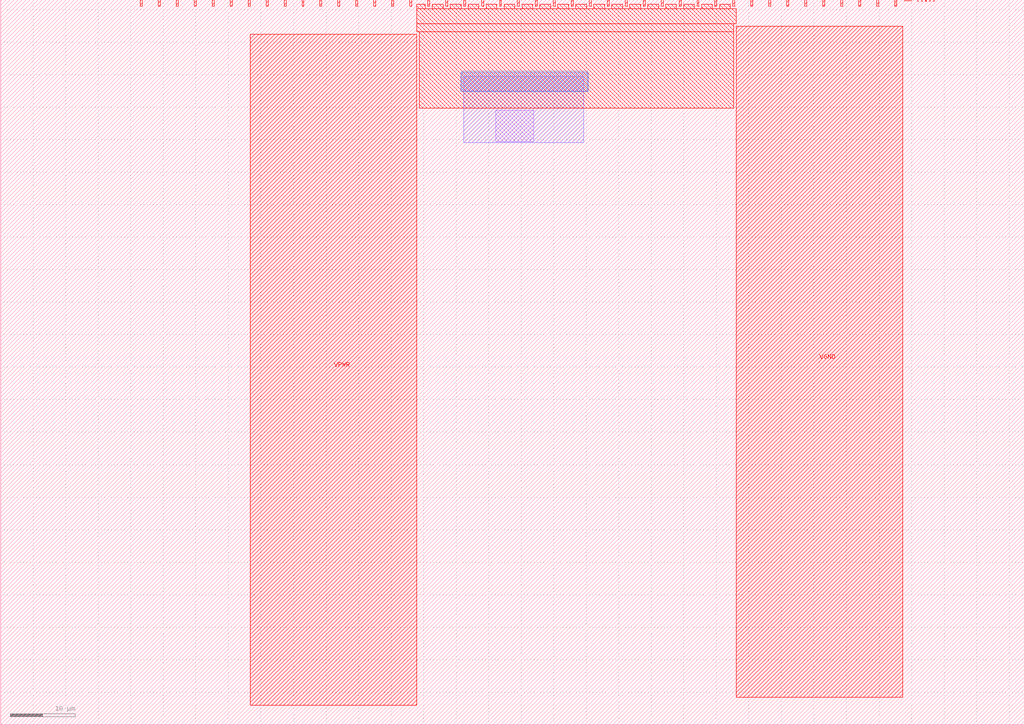
<source format=lef>
VERSION 5.7 ;
  NOWIREEXTENSIONATPIN ON ;
  DIVIDERCHAR "/" ;
  BUSBITCHARS "[]" ;
MACRO tt_um_matt_divider_test
  CLASS BLOCK ;
  FOREIGN tt_um_matt_divider_test ;
  ORIGIN 0.000 0.000 ;
  SIZE 157.320 BY 111.520 ;
  PIN clk
    DIRECTION INPUT ;
    USE SIGNAL ;
    PORT
      LAYER met4 ;
        RECT 134.630 110.520 134.930 111.520 ;
    END
  END clk
  PIN ena
    DIRECTION INPUT ;
    USE SIGNAL ;
    PORT
      LAYER met4 ;
        RECT 134.630 110.520 134.930 111.520 ;
        RECT 137.390 110.520 137.690 111.520 ;
    END
  END ena
  PIN rst_n
    DIRECTION INPUT ;
    USE SIGNAL ;
    PORT
      LAYER met4 ;
        RECT 131.870 110.520 132.170 111.520 ;
        RECT 134.630 110.520 134.930 111.520 ;
        RECT 137.390 110.520 137.690 111.520 ;
    END
  END rst_n
  PIN ui_in[0]
    DIRECTION INPUT ;
    USE SIGNAL ;
    PORT
      LAYER met4 ;
        RECT 129.110 110.520 129.410 111.520 ;
        RECT 131.870 110.520 132.170 111.520 ;
        RECT 134.630 110.520 134.930 111.520 ;
        RECT 137.390 110.520 137.690 111.520 ;
    END
  END ui_in[0]
  PIN ui_in[1]
    DIRECTION INPUT ;
    USE SIGNAL ;
    PORT
      LAYER met4 ;
        RECT 126.350 110.520 126.650 111.520 ;
        RECT 129.110 110.520 129.410 111.520 ;
        RECT 131.870 110.520 132.170 111.520 ;
        RECT 134.630 110.520 134.930 111.520 ;
        RECT 137.390 110.520 137.690 111.520 ;
    END
  END ui_in[1]
  PIN ui_in[2]
    DIRECTION INPUT ;
    USE SIGNAL ;
    PORT
      LAYER met4 ;
        RECT 123.590 110.520 123.890 111.520 ;
        RECT 126.350 110.520 126.650 111.520 ;
        RECT 129.110 110.520 129.410 111.520 ;
        RECT 131.870 110.520 132.170 111.520 ;
        RECT 134.630 110.520 134.930 111.520 ;
        RECT 137.390 110.520 137.690 111.520 ;
    END
  END ui_in[2]
  PIN ui_in[3]
    DIRECTION INPUT ;
    USE SIGNAL ;
    PORT
      LAYER met4 ;
        RECT 120.830 110.520 121.130 111.520 ;
        RECT 123.590 110.520 123.890 111.520 ;
        RECT 126.350 110.520 126.650 111.520 ;
        RECT 129.110 110.520 129.410 111.520 ;
        RECT 131.870 110.520 132.170 111.520 ;
        RECT 134.630 110.520 134.930 111.520 ;
        RECT 137.390 110.520 137.690 111.520 ;
    END
  END ui_in[3]
  PIN ui_in[4]
    DIRECTION INPUT ;
    USE SIGNAL ;
    PORT
      LAYER met4 ;
        RECT 118.070 110.520 118.370 111.520 ;
        RECT 120.830 110.520 121.130 111.520 ;
        RECT 123.590 110.520 123.890 111.520 ;
        RECT 126.350 110.520 126.650 111.520 ;
        RECT 129.110 110.520 129.410 111.520 ;
        RECT 131.870 110.520 132.170 111.520 ;
        RECT 134.630 110.520 134.930 111.520 ;
        RECT 137.390 110.520 137.690 111.520 ;
    END
  END ui_in[4]
  PIN ui_in[5]
    DIRECTION INPUT ;
    USE SIGNAL ;
    PORT
      LAYER met4 ;
        RECT 115.310 110.520 115.610 111.520 ;
        RECT 118.070 110.520 118.370 111.520 ;
        RECT 120.830 110.520 121.130 111.520 ;
        RECT 123.590 110.520 123.890 111.520 ;
        RECT 126.350 110.520 126.650 111.520 ;
        RECT 129.110 110.520 129.410 111.520 ;
        RECT 131.870 110.520 132.170 111.520 ;
        RECT 134.630 110.520 134.930 111.520 ;
        RECT 137.390 110.520 137.690 111.520 ;
    END
  END ui_in[5]
  PIN ui_in[6]
    DIRECTION INPUT ;
    USE SIGNAL ;
    PORT
      LAYER met4 ;
        RECT 112.550 110.520 112.850 111.520 ;
        RECT 115.310 110.520 115.610 111.520 ;
        RECT 118.070 110.520 118.370 111.520 ;
        RECT 120.830 110.520 121.130 111.520 ;
        RECT 123.590 110.520 123.890 111.520 ;
        RECT 126.350 110.520 126.650 111.520 ;
        RECT 129.110 110.520 129.410 111.520 ;
        RECT 131.870 110.520 132.170 111.520 ;
        RECT 134.630 110.520 134.930 111.520 ;
        RECT 137.390 110.520 137.690 111.520 ;
    END
  END ui_in[6]
  PIN ui_in[7]
    DIRECTION INPUT ;
    USE SIGNAL ;
    PORT
      LAYER met4 ;
        RECT 109.790 110.520 110.090 111.520 ;
        RECT 112.550 110.520 112.850 111.520 ;
        RECT 115.310 110.520 115.610 111.520 ;
        RECT 118.070 110.520 118.370 111.520 ;
        RECT 120.830 110.520 121.130 111.520 ;
        RECT 123.590 110.520 123.890 111.520 ;
        RECT 126.350 110.520 126.650 111.520 ;
        RECT 129.110 110.520 129.410 111.520 ;
        RECT 131.870 110.520 132.170 111.520 ;
        RECT 134.630 110.520 134.930 111.520 ;
        RECT 137.390 110.520 137.690 111.520 ;
    END
  END ui_in[7]
  PIN uio_in[0]
    DIRECTION INPUT ;
    USE SIGNAL ;
    PORT
      LAYER met4 ;
        RECT 107.030 110.520 107.330 111.520 ;
        RECT 109.790 110.520 110.090 111.520 ;
        RECT 112.550 110.520 112.850 111.520 ;
        RECT 115.310 110.520 115.610 111.520 ;
        RECT 118.070 110.520 118.370 111.520 ;
        RECT 120.830 110.520 121.130 111.520 ;
        RECT 123.590 110.520 123.890 111.520 ;
        RECT 126.350 110.520 126.650 111.520 ;
        RECT 129.110 110.520 129.410 111.520 ;
        RECT 131.870 110.520 132.170 111.520 ;
        RECT 134.630 110.520 134.930 111.520 ;
        RECT 137.390 110.520 137.690 111.520 ;
    END
  END uio_in[0]
  PIN uio_in[1]
    DIRECTION INPUT ;
    USE SIGNAL ;
    PORT
      LAYER met4 ;
        RECT 104.270 110.520 104.570 111.520 ;
        RECT 107.030 110.520 107.330 111.520 ;
        RECT 109.790 110.520 110.090 111.520 ;
        RECT 112.550 110.520 112.850 111.520 ;
        RECT 115.310 110.520 115.610 111.520 ;
        RECT 118.070 110.520 118.370 111.520 ;
        RECT 120.830 110.520 121.130 111.520 ;
        RECT 123.590 110.520 123.890 111.520 ;
        RECT 126.350 110.520 126.650 111.520 ;
        RECT 129.110 110.520 129.410 111.520 ;
        RECT 131.870 110.520 132.170 111.520 ;
        RECT 134.630 110.520 134.930 111.520 ;
        RECT 137.390 110.520 137.690 111.520 ;
    END
  END uio_in[1]
  PIN uio_in[2]
    DIRECTION INPUT ;
    USE SIGNAL ;
    PORT
      LAYER met4 ;
        RECT 101.510 110.520 101.810 111.520 ;
        RECT 104.270 110.520 104.570 111.520 ;
        RECT 107.030 110.520 107.330 111.520 ;
        RECT 109.790 110.520 110.090 111.520 ;
        RECT 112.550 110.520 112.850 111.520 ;
        RECT 115.310 110.520 115.610 111.520 ;
        RECT 118.070 110.520 118.370 111.520 ;
        RECT 120.830 110.520 121.130 111.520 ;
        RECT 123.590 110.520 123.890 111.520 ;
        RECT 126.350 110.520 126.650 111.520 ;
        RECT 129.110 110.520 129.410 111.520 ;
        RECT 131.870 110.520 132.170 111.520 ;
        RECT 134.630 110.520 134.930 111.520 ;
        RECT 137.390 110.520 137.690 111.520 ;
    END
  END uio_in[2]
  PIN uio_in[3]
    DIRECTION INPUT ;
    USE SIGNAL ;
    PORT
      LAYER met4 ;
        RECT 98.750 110.520 99.050 111.520 ;
        RECT 101.510 110.520 101.810 111.520 ;
        RECT 104.270 110.520 104.570 111.520 ;
        RECT 107.030 110.520 107.330 111.520 ;
        RECT 109.790 110.520 110.090 111.520 ;
        RECT 112.550 110.520 112.850 111.520 ;
        RECT 115.310 110.520 115.610 111.520 ;
        RECT 118.070 110.520 118.370 111.520 ;
        RECT 120.830 110.520 121.130 111.520 ;
        RECT 123.590 110.520 123.890 111.520 ;
        RECT 126.350 110.520 126.650 111.520 ;
        RECT 129.110 110.520 129.410 111.520 ;
        RECT 131.870 110.520 132.170 111.520 ;
        RECT 134.630 110.520 134.930 111.520 ;
        RECT 137.390 110.520 137.690 111.520 ;
    END
  END uio_in[3]
  PIN uio_in[4]
    DIRECTION INPUT ;
    USE SIGNAL ;
    PORT
      LAYER met4 ;
        RECT 95.990 110.520 96.290 111.520 ;
        RECT 98.750 110.520 99.050 111.520 ;
        RECT 101.510 110.520 101.810 111.520 ;
        RECT 104.270 110.520 104.570 111.520 ;
        RECT 107.030 110.520 107.330 111.520 ;
        RECT 109.790 110.520 110.090 111.520 ;
        RECT 112.550 110.520 112.850 111.520 ;
        RECT 115.310 110.520 115.610 111.520 ;
        RECT 118.070 110.520 118.370 111.520 ;
        RECT 120.830 110.520 121.130 111.520 ;
        RECT 123.590 110.520 123.890 111.520 ;
        RECT 126.350 110.520 126.650 111.520 ;
        RECT 129.110 110.520 129.410 111.520 ;
        RECT 131.870 110.520 132.170 111.520 ;
        RECT 134.630 110.520 134.930 111.520 ;
        RECT 137.390 110.520 137.690 111.520 ;
    END
  END uio_in[4]
  PIN uio_in[5]
    DIRECTION INPUT ;
    USE SIGNAL ;
    PORT
      LAYER met4 ;
        RECT 93.230 110.520 93.530 111.520 ;
        RECT 95.990 110.520 96.290 111.520 ;
        RECT 98.750 110.520 99.050 111.520 ;
        RECT 101.510 110.520 101.810 111.520 ;
        RECT 104.270 110.520 104.570 111.520 ;
        RECT 107.030 110.520 107.330 111.520 ;
        RECT 109.790 110.520 110.090 111.520 ;
        RECT 112.550 110.520 112.850 111.520 ;
        RECT 115.310 110.520 115.610 111.520 ;
        RECT 118.070 110.520 118.370 111.520 ;
        RECT 120.830 110.520 121.130 111.520 ;
        RECT 123.590 110.520 123.890 111.520 ;
        RECT 126.350 110.520 126.650 111.520 ;
        RECT 129.110 110.520 129.410 111.520 ;
        RECT 131.870 110.520 132.170 111.520 ;
        RECT 134.630 110.520 134.930 111.520 ;
        RECT 137.390 110.520 137.690 111.520 ;
    END
  END uio_in[5]
  PIN uio_in[6]
    DIRECTION INPUT ;
    USE SIGNAL ;
    PORT
      LAYER met4 ;
        RECT 90.470 110.520 90.770 111.520 ;
        RECT 93.230 110.520 93.530 111.520 ;
        RECT 95.990 110.520 96.290 111.520 ;
        RECT 98.750 110.520 99.050 111.520 ;
        RECT 101.510 110.520 101.810 111.520 ;
        RECT 104.270 110.520 104.570 111.520 ;
        RECT 107.030 110.520 107.330 111.520 ;
        RECT 109.790 110.520 110.090 111.520 ;
        RECT 112.550 110.520 112.850 111.520 ;
        RECT 115.310 110.520 115.610 111.520 ;
        RECT 118.070 110.520 118.370 111.520 ;
        RECT 120.830 110.520 121.130 111.520 ;
        RECT 123.590 110.520 123.890 111.520 ;
        RECT 126.350 110.520 126.650 111.520 ;
        RECT 129.110 110.520 129.410 111.520 ;
        RECT 131.870 110.520 132.170 111.520 ;
        RECT 134.630 110.520 134.930 111.520 ;
        RECT 137.390 110.520 137.690 111.520 ;
    END
  END uio_in[6]
  PIN uio_in[7]
    DIRECTION INPUT ;
    USE SIGNAL ;
    PORT
      LAYER met4 ;
        RECT 87.710 110.520 88.010 111.520 ;
        RECT 90.470 110.520 90.770 111.520 ;
        RECT 93.230 110.520 93.530 111.520 ;
        RECT 95.990 110.520 96.290 111.520 ;
        RECT 98.750 110.520 99.050 111.520 ;
        RECT 101.510 110.520 101.810 111.520 ;
        RECT 104.270 110.520 104.570 111.520 ;
        RECT 107.030 110.520 107.330 111.520 ;
        RECT 109.790 110.520 110.090 111.520 ;
        RECT 112.550 110.520 112.850 111.520 ;
        RECT 115.310 110.520 115.610 111.520 ;
        RECT 118.070 110.520 118.370 111.520 ;
        RECT 120.830 110.520 121.130 111.520 ;
        RECT 123.590 110.520 123.890 111.520 ;
        RECT 126.350 110.520 126.650 111.520 ;
        RECT 129.110 110.520 129.410 111.520 ;
        RECT 131.870 110.520 132.170 111.520 ;
        RECT 134.630 110.520 134.930 111.520 ;
        RECT 137.390 110.520 137.690 111.520 ;
    END
  END uio_in[7]
  PIN uio_oe[0]
    DIRECTION OUTPUT TRISTATE ;
    USE SIGNAL ;
    PORT
      LAYER met4 ;
        RECT 40.790 110.520 41.090 111.520 ;
        RECT 87.710 110.520 88.010 111.520 ;
        RECT 90.470 110.520 90.770 111.520 ;
        RECT 93.230 110.520 93.530 111.520 ;
        RECT 95.990 110.520 96.290 111.520 ;
        RECT 98.750 110.520 99.050 111.520 ;
        RECT 101.510 110.520 101.810 111.520 ;
        RECT 104.270 110.520 104.570 111.520 ;
        RECT 107.030 110.520 107.330 111.520 ;
        RECT 109.790 110.520 110.090 111.520 ;
        RECT 112.550 110.520 112.850 111.520 ;
        RECT 115.310 110.520 115.610 111.520 ;
        RECT 118.070 110.520 118.370 111.520 ;
        RECT 120.830 110.520 121.130 111.520 ;
        RECT 123.590 110.520 123.890 111.520 ;
        RECT 126.350 110.520 126.650 111.520 ;
        RECT 129.110 110.520 129.410 111.520 ;
        RECT 131.870 110.520 132.170 111.520 ;
        RECT 134.630 110.520 134.930 111.520 ;
        RECT 137.390 110.520 137.690 111.520 ;
    END
  END uio_oe[0]
  PIN uio_oe[1]
    DIRECTION OUTPUT TRISTATE ;
    USE SIGNAL ;
    PORT
      LAYER met4 ;
        RECT 38.030 110.520 38.330 111.520 ;
        RECT 40.790 110.520 41.090 111.520 ;
        RECT 87.710 110.520 88.010 111.520 ;
        RECT 90.470 110.520 90.770 111.520 ;
        RECT 93.230 110.520 93.530 111.520 ;
        RECT 95.990 110.520 96.290 111.520 ;
        RECT 98.750 110.520 99.050 111.520 ;
        RECT 101.510 110.520 101.810 111.520 ;
        RECT 104.270 110.520 104.570 111.520 ;
        RECT 107.030 110.520 107.330 111.520 ;
        RECT 109.790 110.520 110.090 111.520 ;
        RECT 112.550 110.520 112.850 111.520 ;
        RECT 115.310 110.520 115.610 111.520 ;
        RECT 118.070 110.520 118.370 111.520 ;
        RECT 120.830 110.520 121.130 111.520 ;
        RECT 123.590 110.520 123.890 111.520 ;
        RECT 126.350 110.520 126.650 111.520 ;
        RECT 129.110 110.520 129.410 111.520 ;
        RECT 131.870 110.520 132.170 111.520 ;
        RECT 134.630 110.520 134.930 111.520 ;
        RECT 137.390 110.520 137.690 111.520 ;
    END
  END uio_oe[1]
  PIN uio_oe[2]
    DIRECTION OUTPUT TRISTATE ;
    USE SIGNAL ;
    PORT
      LAYER met4 ;
        RECT 35.270 110.520 35.570 111.520 ;
        RECT 38.030 110.520 38.330 111.520 ;
        RECT 40.790 110.520 41.090 111.520 ;
        RECT 87.710 110.520 88.010 111.520 ;
        RECT 90.470 110.520 90.770 111.520 ;
        RECT 93.230 110.520 93.530 111.520 ;
        RECT 95.990 110.520 96.290 111.520 ;
        RECT 98.750 110.520 99.050 111.520 ;
        RECT 101.510 110.520 101.810 111.520 ;
        RECT 104.270 110.520 104.570 111.520 ;
        RECT 107.030 110.520 107.330 111.520 ;
        RECT 109.790 110.520 110.090 111.520 ;
        RECT 112.550 110.520 112.850 111.520 ;
        RECT 115.310 110.520 115.610 111.520 ;
        RECT 118.070 110.520 118.370 111.520 ;
        RECT 120.830 110.520 121.130 111.520 ;
        RECT 123.590 110.520 123.890 111.520 ;
        RECT 126.350 110.520 126.650 111.520 ;
        RECT 129.110 110.520 129.410 111.520 ;
        RECT 131.870 110.520 132.170 111.520 ;
        RECT 134.630 110.520 134.930 111.520 ;
        RECT 137.390 110.520 137.690 111.520 ;
    END
  END uio_oe[2]
  PIN uio_oe[3]
    DIRECTION OUTPUT TRISTATE ;
    USE SIGNAL ;
    PORT
      LAYER met4 ;
        RECT 32.510 110.520 32.810 111.520 ;
        RECT 35.270 110.520 35.570 111.520 ;
        RECT 38.030 110.520 38.330 111.520 ;
        RECT 40.790 110.520 41.090 111.520 ;
        RECT 87.710 110.520 88.010 111.520 ;
        RECT 90.470 110.520 90.770 111.520 ;
        RECT 93.230 110.520 93.530 111.520 ;
        RECT 95.990 110.520 96.290 111.520 ;
        RECT 98.750 110.520 99.050 111.520 ;
        RECT 101.510 110.520 101.810 111.520 ;
        RECT 104.270 110.520 104.570 111.520 ;
        RECT 107.030 110.520 107.330 111.520 ;
        RECT 109.790 110.520 110.090 111.520 ;
        RECT 112.550 110.520 112.850 111.520 ;
        RECT 115.310 110.520 115.610 111.520 ;
        RECT 118.070 110.520 118.370 111.520 ;
        RECT 120.830 110.520 121.130 111.520 ;
        RECT 123.590 110.520 123.890 111.520 ;
        RECT 126.350 110.520 126.650 111.520 ;
        RECT 129.110 110.520 129.410 111.520 ;
        RECT 131.870 110.520 132.170 111.520 ;
        RECT 134.630 110.520 134.930 111.520 ;
        RECT 137.390 110.520 137.690 111.520 ;
    END
  END uio_oe[3]
  PIN uio_oe[4]
    DIRECTION OUTPUT TRISTATE ;
    USE SIGNAL ;
    PORT
      LAYER met4 ;
        RECT 29.750 110.520 30.050 111.520 ;
        RECT 32.510 110.520 32.810 111.520 ;
        RECT 35.270 110.520 35.570 111.520 ;
        RECT 38.030 110.520 38.330 111.520 ;
        RECT 40.790 110.520 41.090 111.520 ;
        RECT 87.710 110.520 88.010 111.520 ;
        RECT 90.470 110.520 90.770 111.520 ;
        RECT 93.230 110.520 93.530 111.520 ;
        RECT 95.990 110.520 96.290 111.520 ;
        RECT 98.750 110.520 99.050 111.520 ;
        RECT 101.510 110.520 101.810 111.520 ;
        RECT 104.270 110.520 104.570 111.520 ;
        RECT 107.030 110.520 107.330 111.520 ;
        RECT 109.790 110.520 110.090 111.520 ;
        RECT 112.550 110.520 112.850 111.520 ;
        RECT 115.310 110.520 115.610 111.520 ;
        RECT 118.070 110.520 118.370 111.520 ;
        RECT 120.830 110.520 121.130 111.520 ;
        RECT 123.590 110.520 123.890 111.520 ;
        RECT 126.350 110.520 126.650 111.520 ;
        RECT 129.110 110.520 129.410 111.520 ;
        RECT 131.870 110.520 132.170 111.520 ;
        RECT 134.630 110.520 134.930 111.520 ;
        RECT 137.390 110.520 137.690 111.520 ;
    END
  END uio_oe[4]
  PIN uio_oe[5]
    DIRECTION OUTPUT TRISTATE ;
    USE SIGNAL ;
    PORT
      LAYER met4 ;
        RECT 26.990 110.520 27.290 111.520 ;
        RECT 29.750 110.520 30.050 111.520 ;
        RECT 32.510 110.520 32.810 111.520 ;
        RECT 35.270 110.520 35.570 111.520 ;
        RECT 38.030 110.520 38.330 111.520 ;
        RECT 40.790 110.520 41.090 111.520 ;
        RECT 87.710 110.520 88.010 111.520 ;
        RECT 90.470 110.520 90.770 111.520 ;
        RECT 93.230 110.520 93.530 111.520 ;
        RECT 95.990 110.520 96.290 111.520 ;
        RECT 98.750 110.520 99.050 111.520 ;
        RECT 101.510 110.520 101.810 111.520 ;
        RECT 104.270 110.520 104.570 111.520 ;
        RECT 107.030 110.520 107.330 111.520 ;
        RECT 109.790 110.520 110.090 111.520 ;
        RECT 112.550 110.520 112.850 111.520 ;
        RECT 115.310 110.520 115.610 111.520 ;
        RECT 118.070 110.520 118.370 111.520 ;
        RECT 120.830 110.520 121.130 111.520 ;
        RECT 123.590 110.520 123.890 111.520 ;
        RECT 126.350 110.520 126.650 111.520 ;
        RECT 129.110 110.520 129.410 111.520 ;
        RECT 131.870 110.520 132.170 111.520 ;
        RECT 134.630 110.520 134.930 111.520 ;
        RECT 137.390 110.520 137.690 111.520 ;
    END
  END uio_oe[5]
  PIN uio_oe[6]
    DIRECTION OUTPUT TRISTATE ;
    USE SIGNAL ;
    PORT
      LAYER met4 ;
        RECT 24.230 110.520 24.530 111.520 ;
        RECT 26.990 110.520 27.290 111.520 ;
        RECT 29.750 110.520 30.050 111.520 ;
        RECT 32.510 110.520 32.810 111.520 ;
        RECT 35.270 110.520 35.570 111.520 ;
        RECT 38.030 110.520 38.330 111.520 ;
        RECT 40.790 110.520 41.090 111.520 ;
        RECT 87.710 110.520 88.010 111.520 ;
        RECT 90.470 110.520 90.770 111.520 ;
        RECT 93.230 110.520 93.530 111.520 ;
        RECT 95.990 110.520 96.290 111.520 ;
        RECT 98.750 110.520 99.050 111.520 ;
        RECT 101.510 110.520 101.810 111.520 ;
        RECT 104.270 110.520 104.570 111.520 ;
        RECT 107.030 110.520 107.330 111.520 ;
        RECT 109.790 110.520 110.090 111.520 ;
        RECT 112.550 110.520 112.850 111.520 ;
        RECT 115.310 110.520 115.610 111.520 ;
        RECT 118.070 110.520 118.370 111.520 ;
        RECT 120.830 110.520 121.130 111.520 ;
        RECT 123.590 110.520 123.890 111.520 ;
        RECT 126.350 110.520 126.650 111.520 ;
        RECT 129.110 110.520 129.410 111.520 ;
        RECT 131.870 110.520 132.170 111.520 ;
        RECT 134.630 110.520 134.930 111.520 ;
        RECT 137.390 110.520 137.690 111.520 ;
    END
  END uio_oe[6]
  PIN uio_oe[7]
    DIRECTION OUTPUT TRISTATE ;
    USE SIGNAL ;
    PORT
      LAYER met4 ;
        RECT 21.470 110.520 21.770 111.520 ;
        RECT 24.230 110.520 24.530 111.520 ;
        RECT 26.990 110.520 27.290 111.520 ;
        RECT 29.750 110.520 30.050 111.520 ;
        RECT 32.510 110.520 32.810 111.520 ;
        RECT 35.270 110.520 35.570 111.520 ;
        RECT 38.030 110.520 38.330 111.520 ;
        RECT 40.790 110.520 41.090 111.520 ;
        RECT 87.710 110.520 88.010 111.520 ;
        RECT 90.470 110.520 90.770 111.520 ;
        RECT 93.230 110.520 93.530 111.520 ;
        RECT 95.990 110.520 96.290 111.520 ;
        RECT 98.750 110.520 99.050 111.520 ;
        RECT 101.510 110.520 101.810 111.520 ;
        RECT 104.270 110.520 104.570 111.520 ;
        RECT 107.030 110.520 107.330 111.520 ;
        RECT 109.790 110.520 110.090 111.520 ;
        RECT 112.550 110.520 112.850 111.520 ;
        RECT 115.310 110.520 115.610 111.520 ;
        RECT 118.070 110.520 118.370 111.520 ;
        RECT 120.830 110.520 121.130 111.520 ;
        RECT 123.590 110.520 123.890 111.520 ;
        RECT 126.350 110.520 126.650 111.520 ;
        RECT 129.110 110.520 129.410 111.520 ;
        RECT 131.870 110.520 132.170 111.520 ;
        RECT 134.630 110.520 134.930 111.520 ;
        RECT 137.390 110.520 137.690 111.520 ;
    END
  END uio_oe[7]
  PIN uio_out[0]
    DIRECTION OUTPUT TRISTATE ;
    USE SIGNAL ;
    PORT
      LAYER met4 ;
        RECT 21.470 110.520 21.770 111.520 ;
        RECT 24.230 110.520 24.530 111.520 ;
        RECT 26.990 110.520 27.290 111.520 ;
        RECT 29.750 110.520 30.050 111.520 ;
        RECT 32.510 110.520 32.810 111.520 ;
        RECT 35.270 110.520 35.570 111.520 ;
        RECT 38.030 110.520 38.330 111.520 ;
        RECT 40.790 110.520 41.090 111.520 ;
        RECT 62.870 110.520 63.170 111.520 ;
        RECT 87.710 110.520 88.010 111.520 ;
        RECT 90.470 110.520 90.770 111.520 ;
        RECT 93.230 110.520 93.530 111.520 ;
        RECT 95.990 110.520 96.290 111.520 ;
        RECT 98.750 110.520 99.050 111.520 ;
        RECT 101.510 110.520 101.810 111.520 ;
        RECT 104.270 110.520 104.570 111.520 ;
        RECT 107.030 110.520 107.330 111.520 ;
        RECT 109.790 110.520 110.090 111.520 ;
        RECT 112.550 110.520 112.850 111.520 ;
        RECT 115.310 110.520 115.610 111.520 ;
        RECT 118.070 110.520 118.370 111.520 ;
        RECT 120.830 110.520 121.130 111.520 ;
        RECT 123.590 110.520 123.890 111.520 ;
        RECT 126.350 110.520 126.650 111.520 ;
        RECT 129.110 110.520 129.410 111.520 ;
        RECT 131.870 110.520 132.170 111.520 ;
        RECT 134.630 110.520 134.930 111.520 ;
        RECT 137.390 110.520 137.690 111.520 ;
    END
  END uio_out[0]
  PIN uio_out[1]
    DIRECTION OUTPUT TRISTATE ;
    USE SIGNAL ;
    PORT
      LAYER met4 ;
        RECT 21.470 110.520 21.770 111.520 ;
        RECT 24.230 110.520 24.530 111.520 ;
        RECT 26.990 110.520 27.290 111.520 ;
        RECT 29.750 110.520 30.050 111.520 ;
        RECT 32.510 110.520 32.810 111.520 ;
        RECT 35.270 110.520 35.570 111.520 ;
        RECT 38.030 110.520 38.330 111.520 ;
        RECT 40.790 110.520 41.090 111.520 ;
        RECT 60.110 110.520 60.410 111.520 ;
        RECT 62.870 110.520 63.170 111.520 ;
        RECT 87.710 110.520 88.010 111.520 ;
        RECT 90.470 110.520 90.770 111.520 ;
        RECT 93.230 110.520 93.530 111.520 ;
        RECT 95.990 110.520 96.290 111.520 ;
        RECT 98.750 110.520 99.050 111.520 ;
        RECT 101.510 110.520 101.810 111.520 ;
        RECT 104.270 110.520 104.570 111.520 ;
        RECT 107.030 110.520 107.330 111.520 ;
        RECT 109.790 110.520 110.090 111.520 ;
        RECT 112.550 110.520 112.850 111.520 ;
        RECT 115.310 110.520 115.610 111.520 ;
        RECT 118.070 110.520 118.370 111.520 ;
        RECT 120.830 110.520 121.130 111.520 ;
        RECT 123.590 110.520 123.890 111.520 ;
        RECT 126.350 110.520 126.650 111.520 ;
        RECT 129.110 110.520 129.410 111.520 ;
        RECT 131.870 110.520 132.170 111.520 ;
        RECT 134.630 110.520 134.930 111.520 ;
        RECT 137.390 110.520 137.690 111.520 ;
    END
  END uio_out[1]
  PIN uio_out[2]
    DIRECTION OUTPUT TRISTATE ;
    USE SIGNAL ;
    PORT
      LAYER met4 ;
        RECT 21.470 110.520 21.770 111.520 ;
        RECT 24.230 110.520 24.530 111.520 ;
        RECT 26.990 110.520 27.290 111.520 ;
        RECT 29.750 110.520 30.050 111.520 ;
        RECT 32.510 110.520 32.810 111.520 ;
        RECT 35.270 110.520 35.570 111.520 ;
        RECT 38.030 110.520 38.330 111.520 ;
        RECT 40.790 110.520 41.090 111.520 ;
        RECT 57.350 110.520 57.650 111.520 ;
        RECT 60.110 110.520 60.410 111.520 ;
        RECT 62.870 110.520 63.170 111.520 ;
        RECT 87.710 110.520 88.010 111.520 ;
        RECT 90.470 110.520 90.770 111.520 ;
        RECT 93.230 110.520 93.530 111.520 ;
        RECT 95.990 110.520 96.290 111.520 ;
        RECT 98.750 110.520 99.050 111.520 ;
        RECT 101.510 110.520 101.810 111.520 ;
        RECT 104.270 110.520 104.570 111.520 ;
        RECT 107.030 110.520 107.330 111.520 ;
        RECT 109.790 110.520 110.090 111.520 ;
        RECT 112.550 110.520 112.850 111.520 ;
        RECT 115.310 110.520 115.610 111.520 ;
        RECT 118.070 110.520 118.370 111.520 ;
        RECT 120.830 110.520 121.130 111.520 ;
        RECT 123.590 110.520 123.890 111.520 ;
        RECT 126.350 110.520 126.650 111.520 ;
        RECT 129.110 110.520 129.410 111.520 ;
        RECT 131.870 110.520 132.170 111.520 ;
        RECT 134.630 110.520 134.930 111.520 ;
        RECT 137.390 110.520 137.690 111.520 ;
    END
  END uio_out[2]
  PIN uio_out[3]
    DIRECTION OUTPUT TRISTATE ;
    USE SIGNAL ;
    PORT
      LAYER met4 ;
        RECT 21.470 110.520 21.770 111.520 ;
        RECT 24.230 110.520 24.530 111.520 ;
        RECT 26.990 110.520 27.290 111.520 ;
        RECT 29.750 110.520 30.050 111.520 ;
        RECT 32.510 110.520 32.810 111.520 ;
        RECT 35.270 110.520 35.570 111.520 ;
        RECT 38.030 110.520 38.330 111.520 ;
        RECT 40.790 110.520 41.090 111.520 ;
        RECT 54.590 110.520 54.890 111.520 ;
        RECT 57.350 110.520 57.650 111.520 ;
        RECT 60.110 110.520 60.410 111.520 ;
        RECT 62.870 110.520 63.170 111.520 ;
        RECT 87.710 110.520 88.010 111.520 ;
        RECT 90.470 110.520 90.770 111.520 ;
        RECT 93.230 110.520 93.530 111.520 ;
        RECT 95.990 110.520 96.290 111.520 ;
        RECT 98.750 110.520 99.050 111.520 ;
        RECT 101.510 110.520 101.810 111.520 ;
        RECT 104.270 110.520 104.570 111.520 ;
        RECT 107.030 110.520 107.330 111.520 ;
        RECT 109.790 110.520 110.090 111.520 ;
        RECT 112.550 110.520 112.850 111.520 ;
        RECT 115.310 110.520 115.610 111.520 ;
        RECT 118.070 110.520 118.370 111.520 ;
        RECT 120.830 110.520 121.130 111.520 ;
        RECT 123.590 110.520 123.890 111.520 ;
        RECT 126.350 110.520 126.650 111.520 ;
        RECT 129.110 110.520 129.410 111.520 ;
        RECT 131.870 110.520 132.170 111.520 ;
        RECT 134.630 110.520 134.930 111.520 ;
        RECT 137.390 110.520 137.690 111.520 ;
    END
  END uio_out[3]
  PIN uio_out[4]
    DIRECTION OUTPUT TRISTATE ;
    USE SIGNAL ;
    PORT
      LAYER met4 ;
        RECT 21.470 110.520 21.770 111.520 ;
        RECT 24.230 110.520 24.530 111.520 ;
        RECT 26.990 110.520 27.290 111.520 ;
        RECT 29.750 110.520 30.050 111.520 ;
        RECT 32.510 110.520 32.810 111.520 ;
        RECT 35.270 110.520 35.570 111.520 ;
        RECT 38.030 110.520 38.330 111.520 ;
        RECT 40.790 110.520 41.090 111.520 ;
        RECT 51.830 110.520 52.130 111.520 ;
        RECT 54.590 110.520 54.890 111.520 ;
        RECT 57.350 110.520 57.650 111.520 ;
        RECT 60.110 110.520 60.410 111.520 ;
        RECT 62.870 110.520 63.170 111.520 ;
        RECT 87.710 110.520 88.010 111.520 ;
        RECT 90.470 110.520 90.770 111.520 ;
        RECT 93.230 110.520 93.530 111.520 ;
        RECT 95.990 110.520 96.290 111.520 ;
        RECT 98.750 110.520 99.050 111.520 ;
        RECT 101.510 110.520 101.810 111.520 ;
        RECT 104.270 110.520 104.570 111.520 ;
        RECT 107.030 110.520 107.330 111.520 ;
        RECT 109.790 110.520 110.090 111.520 ;
        RECT 112.550 110.520 112.850 111.520 ;
        RECT 115.310 110.520 115.610 111.520 ;
        RECT 118.070 110.520 118.370 111.520 ;
        RECT 120.830 110.520 121.130 111.520 ;
        RECT 123.590 110.520 123.890 111.520 ;
        RECT 126.350 110.520 126.650 111.520 ;
        RECT 129.110 110.520 129.410 111.520 ;
        RECT 131.870 110.520 132.170 111.520 ;
        RECT 134.630 110.520 134.930 111.520 ;
        RECT 137.390 110.520 137.690 111.520 ;
    END
  END uio_out[4]
  PIN uio_out[5]
    DIRECTION OUTPUT TRISTATE ;
    USE SIGNAL ;
    PORT
      LAYER met4 ;
        RECT 21.470 110.520 21.770 111.520 ;
        RECT 24.230 110.520 24.530 111.520 ;
        RECT 26.990 110.520 27.290 111.520 ;
        RECT 29.750 110.520 30.050 111.520 ;
        RECT 32.510 110.520 32.810 111.520 ;
        RECT 35.270 110.520 35.570 111.520 ;
        RECT 38.030 110.520 38.330 111.520 ;
        RECT 40.790 110.520 41.090 111.520 ;
        RECT 49.070 110.520 49.370 111.520 ;
        RECT 51.830 110.520 52.130 111.520 ;
        RECT 54.590 110.520 54.890 111.520 ;
        RECT 57.350 110.520 57.650 111.520 ;
        RECT 60.110 110.520 60.410 111.520 ;
        RECT 62.870 110.520 63.170 111.520 ;
        RECT 87.710 110.520 88.010 111.520 ;
        RECT 90.470 110.520 90.770 111.520 ;
        RECT 93.230 110.520 93.530 111.520 ;
        RECT 95.990 110.520 96.290 111.520 ;
        RECT 98.750 110.520 99.050 111.520 ;
        RECT 101.510 110.520 101.810 111.520 ;
        RECT 104.270 110.520 104.570 111.520 ;
        RECT 107.030 110.520 107.330 111.520 ;
        RECT 109.790 110.520 110.090 111.520 ;
        RECT 112.550 110.520 112.850 111.520 ;
        RECT 115.310 110.520 115.610 111.520 ;
        RECT 118.070 110.520 118.370 111.520 ;
        RECT 120.830 110.520 121.130 111.520 ;
        RECT 123.590 110.520 123.890 111.520 ;
        RECT 126.350 110.520 126.650 111.520 ;
        RECT 129.110 110.520 129.410 111.520 ;
        RECT 131.870 110.520 132.170 111.520 ;
        RECT 134.630 110.520 134.930 111.520 ;
        RECT 137.390 110.520 137.690 111.520 ;
    END
  END uio_out[5]
  PIN uio_out[6]
    DIRECTION OUTPUT TRISTATE ;
    USE SIGNAL ;
    PORT
      LAYER met4 ;
        RECT 21.470 110.520 21.770 111.520 ;
        RECT 24.230 110.520 24.530 111.520 ;
        RECT 26.990 110.520 27.290 111.520 ;
        RECT 29.750 110.520 30.050 111.520 ;
        RECT 32.510 110.520 32.810 111.520 ;
        RECT 35.270 110.520 35.570 111.520 ;
        RECT 38.030 110.520 38.330 111.520 ;
        RECT 40.790 110.520 41.090 111.520 ;
        RECT 46.310 110.520 46.610 111.520 ;
        RECT 49.070 110.520 49.370 111.520 ;
        RECT 51.830 110.520 52.130 111.520 ;
        RECT 54.590 110.520 54.890 111.520 ;
        RECT 57.350 110.520 57.650 111.520 ;
        RECT 60.110 110.520 60.410 111.520 ;
        RECT 62.870 110.520 63.170 111.520 ;
        RECT 87.710 110.520 88.010 111.520 ;
        RECT 90.470 110.520 90.770 111.520 ;
        RECT 93.230 110.520 93.530 111.520 ;
        RECT 95.990 110.520 96.290 111.520 ;
        RECT 98.750 110.520 99.050 111.520 ;
        RECT 101.510 110.520 101.810 111.520 ;
        RECT 104.270 110.520 104.570 111.520 ;
        RECT 107.030 110.520 107.330 111.520 ;
        RECT 109.790 110.520 110.090 111.520 ;
        RECT 112.550 110.520 112.850 111.520 ;
        RECT 115.310 110.520 115.610 111.520 ;
        RECT 118.070 110.520 118.370 111.520 ;
        RECT 120.830 110.520 121.130 111.520 ;
        RECT 123.590 110.520 123.890 111.520 ;
        RECT 126.350 110.520 126.650 111.520 ;
        RECT 129.110 110.520 129.410 111.520 ;
        RECT 131.870 110.520 132.170 111.520 ;
        RECT 134.630 110.520 134.930 111.520 ;
        RECT 137.390 110.520 137.690 111.520 ;
    END
  END uio_out[6]
  PIN uio_out[7]
    DIRECTION OUTPUT TRISTATE ;
    USE SIGNAL ;
    PORT
      LAYER met4 ;
        RECT 21.470 110.520 21.770 111.520 ;
        RECT 24.230 110.520 24.530 111.520 ;
        RECT 26.990 110.520 27.290 111.520 ;
        RECT 29.750 110.520 30.050 111.520 ;
        RECT 32.510 110.520 32.810 111.520 ;
        RECT 35.270 110.520 35.570 111.520 ;
        RECT 38.030 110.520 38.330 111.520 ;
        RECT 40.790 110.520 41.090 111.520 ;
        RECT 43.550 110.520 43.850 111.520 ;
        RECT 46.310 110.520 46.610 111.520 ;
        RECT 49.070 110.520 49.370 111.520 ;
        RECT 51.830 110.520 52.130 111.520 ;
        RECT 54.590 110.520 54.890 111.520 ;
        RECT 57.350 110.520 57.650 111.520 ;
        RECT 60.110 110.520 60.410 111.520 ;
        RECT 62.870 110.520 63.170 111.520 ;
        RECT 87.710 110.520 88.010 111.520 ;
        RECT 90.470 110.520 90.770 111.520 ;
        RECT 93.230 110.520 93.530 111.520 ;
        RECT 95.990 110.520 96.290 111.520 ;
        RECT 98.750 110.520 99.050 111.520 ;
        RECT 101.510 110.520 101.810 111.520 ;
        RECT 104.270 110.520 104.570 111.520 ;
        RECT 107.030 110.520 107.330 111.520 ;
        RECT 109.790 110.520 110.090 111.520 ;
        RECT 112.550 110.520 112.850 111.520 ;
        RECT 115.310 110.520 115.610 111.520 ;
        RECT 118.070 110.520 118.370 111.520 ;
        RECT 120.830 110.520 121.130 111.520 ;
        RECT 123.590 110.520 123.890 111.520 ;
        RECT 126.350 110.520 126.650 111.520 ;
        RECT 129.110 110.520 129.410 111.520 ;
        RECT 131.870 110.520 132.170 111.520 ;
        RECT 134.630 110.520 134.930 111.520 ;
        RECT 137.390 110.520 137.690 111.520 ;
    END
  END uio_out[7]
  PIN uo_out[0]
    DIRECTION OUTPUT TRISTATE ;
    USE SIGNAL ;
    PORT
      LAYER met4 ;
        RECT 21.470 110.520 21.770 111.520 ;
        RECT 24.230 110.520 24.530 111.520 ;
        RECT 26.990 110.520 27.290 111.520 ;
        RECT 29.750 110.520 30.050 111.520 ;
        RECT 32.510 110.520 32.810 111.520 ;
        RECT 35.270 110.520 35.570 111.520 ;
        RECT 38.030 110.520 38.330 111.520 ;
        RECT 40.790 110.520 41.090 111.520 ;
        RECT 43.550 110.520 43.850 111.520 ;
        RECT 46.310 110.520 46.610 111.520 ;
        RECT 49.070 110.520 49.370 111.520 ;
        RECT 51.830 110.520 52.130 111.520 ;
        RECT 54.590 110.520 54.890 111.520 ;
        RECT 57.350 110.520 57.650 111.520 ;
        RECT 60.110 110.520 60.410 111.520 ;
        RECT 62.870 110.520 63.170 111.520 ;
        RECT 84.950 110.520 85.250 111.520 ;
        RECT 87.710 110.520 88.010 111.520 ;
        RECT 90.470 110.520 90.770 111.520 ;
        RECT 93.230 110.520 93.530 111.520 ;
        RECT 95.990 110.520 96.290 111.520 ;
        RECT 98.750 110.520 99.050 111.520 ;
        RECT 101.510 110.520 101.810 111.520 ;
        RECT 104.270 110.520 104.570 111.520 ;
        RECT 107.030 110.520 107.330 111.520 ;
        RECT 109.790 110.520 110.090 111.520 ;
        RECT 112.550 110.520 112.850 111.520 ;
        RECT 115.310 110.520 115.610 111.520 ;
        RECT 118.070 110.520 118.370 111.520 ;
        RECT 120.830 110.520 121.130 111.520 ;
        RECT 123.590 110.520 123.890 111.520 ;
        RECT 126.350 110.520 126.650 111.520 ;
        RECT 129.110 110.520 129.410 111.520 ;
        RECT 131.870 110.520 132.170 111.520 ;
        RECT 134.630 110.520 134.930 111.520 ;
        RECT 137.390 110.520 137.690 111.520 ;
    END
  END uo_out[0]
  PIN uo_out[1]
    DIRECTION OUTPUT TRISTATE ;
    USE SIGNAL ;
    PORT
      LAYER met4 ;
        RECT 21.470 110.520 21.770 111.520 ;
        RECT 24.230 110.520 24.530 111.520 ;
        RECT 26.990 110.520 27.290 111.520 ;
        RECT 29.750 110.520 30.050 111.520 ;
        RECT 32.510 110.520 32.810 111.520 ;
        RECT 35.270 110.520 35.570 111.520 ;
        RECT 38.030 110.520 38.330 111.520 ;
        RECT 40.790 110.520 41.090 111.520 ;
        RECT 43.550 110.520 43.850 111.520 ;
        RECT 46.310 110.520 46.610 111.520 ;
        RECT 49.070 110.520 49.370 111.520 ;
        RECT 51.830 110.520 52.130 111.520 ;
        RECT 54.590 110.520 54.890 111.520 ;
        RECT 57.350 110.520 57.650 111.520 ;
        RECT 60.110 110.520 60.410 111.520 ;
        RECT 62.870 110.520 63.170 111.520 ;
        RECT 82.190 110.520 82.490 111.520 ;
        RECT 84.950 110.520 85.250 111.520 ;
        RECT 87.710 110.520 88.010 111.520 ;
        RECT 90.470 110.520 90.770 111.520 ;
        RECT 93.230 110.520 93.530 111.520 ;
        RECT 95.990 110.520 96.290 111.520 ;
        RECT 98.750 110.520 99.050 111.520 ;
        RECT 101.510 110.520 101.810 111.520 ;
        RECT 104.270 110.520 104.570 111.520 ;
        RECT 107.030 110.520 107.330 111.520 ;
        RECT 109.790 110.520 110.090 111.520 ;
        RECT 112.550 110.520 112.850 111.520 ;
        RECT 115.310 110.520 115.610 111.520 ;
        RECT 118.070 110.520 118.370 111.520 ;
        RECT 120.830 110.520 121.130 111.520 ;
        RECT 123.590 110.520 123.890 111.520 ;
        RECT 126.350 110.520 126.650 111.520 ;
        RECT 129.110 110.520 129.410 111.520 ;
        RECT 131.870 110.520 132.170 111.520 ;
        RECT 134.630 110.520 134.930 111.520 ;
        RECT 137.390 110.520 137.690 111.520 ;
    END
  END uo_out[1]
  PIN uo_out[2]
    DIRECTION OUTPUT TRISTATE ;
    USE SIGNAL ;
    PORT
      LAYER met4 ;
        RECT 21.470 110.520 21.770 111.520 ;
        RECT 24.230 110.520 24.530 111.520 ;
        RECT 26.990 110.520 27.290 111.520 ;
        RECT 29.750 110.520 30.050 111.520 ;
        RECT 32.510 110.520 32.810 111.520 ;
        RECT 35.270 110.520 35.570 111.520 ;
        RECT 38.030 110.520 38.330 111.520 ;
        RECT 40.790 110.520 41.090 111.520 ;
        RECT 43.550 110.520 43.850 111.520 ;
        RECT 46.310 110.520 46.610 111.520 ;
        RECT 49.070 110.520 49.370 111.520 ;
        RECT 51.830 110.520 52.130 111.520 ;
        RECT 54.590 110.520 54.890 111.520 ;
        RECT 57.350 110.520 57.650 111.520 ;
        RECT 60.110 110.520 60.410 111.520 ;
        RECT 62.870 110.520 63.170 111.520 ;
        RECT 79.430 110.520 79.730 111.520 ;
        RECT 82.190 110.520 82.490 111.520 ;
        RECT 84.950 110.520 85.250 111.520 ;
        RECT 87.710 110.520 88.010 111.520 ;
        RECT 90.470 110.520 90.770 111.520 ;
        RECT 93.230 110.520 93.530 111.520 ;
        RECT 95.990 110.520 96.290 111.520 ;
        RECT 98.750 110.520 99.050 111.520 ;
        RECT 101.510 110.520 101.810 111.520 ;
        RECT 104.270 110.520 104.570 111.520 ;
        RECT 107.030 110.520 107.330 111.520 ;
        RECT 109.790 110.520 110.090 111.520 ;
        RECT 112.550 110.520 112.850 111.520 ;
        RECT 115.310 110.520 115.610 111.520 ;
        RECT 118.070 110.520 118.370 111.520 ;
        RECT 120.830 110.520 121.130 111.520 ;
        RECT 123.590 110.520 123.890 111.520 ;
        RECT 126.350 110.520 126.650 111.520 ;
        RECT 129.110 110.520 129.410 111.520 ;
        RECT 131.870 110.520 132.170 111.520 ;
        RECT 134.630 110.520 134.930 111.520 ;
        RECT 137.390 110.520 137.690 111.520 ;
    END
  END uo_out[2]
  PIN uo_out[3]
    DIRECTION OUTPUT TRISTATE ;
    USE SIGNAL ;
    PORT
      LAYER met4 ;
        RECT 21.470 110.520 21.770 111.520 ;
        RECT 24.230 110.520 24.530 111.520 ;
        RECT 26.990 110.520 27.290 111.520 ;
        RECT 29.750 110.520 30.050 111.520 ;
        RECT 32.510 110.520 32.810 111.520 ;
        RECT 35.270 110.520 35.570 111.520 ;
        RECT 38.030 110.520 38.330 111.520 ;
        RECT 40.790 110.520 41.090 111.520 ;
        RECT 43.550 110.520 43.850 111.520 ;
        RECT 46.310 110.520 46.610 111.520 ;
        RECT 49.070 110.520 49.370 111.520 ;
        RECT 51.830 110.520 52.130 111.520 ;
        RECT 54.590 110.520 54.890 111.520 ;
        RECT 57.350 110.520 57.650 111.520 ;
        RECT 60.110 110.520 60.410 111.520 ;
        RECT 62.870 110.520 63.170 111.520 ;
        RECT 76.670 110.520 76.970 111.520 ;
        RECT 79.430 110.520 79.730 111.520 ;
        RECT 82.190 110.520 82.490 111.520 ;
        RECT 84.950 110.520 85.250 111.520 ;
        RECT 87.710 110.520 88.010 111.520 ;
        RECT 90.470 110.520 90.770 111.520 ;
        RECT 93.230 110.520 93.530 111.520 ;
        RECT 95.990 110.520 96.290 111.520 ;
        RECT 98.750 110.520 99.050 111.520 ;
        RECT 101.510 110.520 101.810 111.520 ;
        RECT 104.270 110.520 104.570 111.520 ;
        RECT 107.030 110.520 107.330 111.520 ;
        RECT 109.790 110.520 110.090 111.520 ;
        RECT 112.550 110.520 112.850 111.520 ;
        RECT 115.310 110.520 115.610 111.520 ;
        RECT 118.070 110.520 118.370 111.520 ;
        RECT 120.830 110.520 121.130 111.520 ;
        RECT 123.590 110.520 123.890 111.520 ;
        RECT 126.350 110.520 126.650 111.520 ;
        RECT 129.110 110.520 129.410 111.520 ;
        RECT 131.870 110.520 132.170 111.520 ;
        RECT 134.630 110.520 134.930 111.520 ;
        RECT 137.390 110.520 137.690 111.520 ;
    END
  END uo_out[3]
  PIN uo_out[4]
    DIRECTION OUTPUT TRISTATE ;
    USE SIGNAL ;
    PORT
      LAYER met4 ;
        RECT 21.470 110.520 21.770 111.520 ;
        RECT 24.230 110.520 24.530 111.520 ;
        RECT 26.990 110.520 27.290 111.520 ;
        RECT 29.750 110.520 30.050 111.520 ;
        RECT 32.510 110.520 32.810 111.520 ;
        RECT 35.270 110.520 35.570 111.520 ;
        RECT 38.030 110.520 38.330 111.520 ;
        RECT 40.790 110.520 41.090 111.520 ;
        RECT 43.550 110.520 43.850 111.520 ;
        RECT 46.310 110.520 46.610 111.520 ;
        RECT 49.070 110.520 49.370 111.520 ;
        RECT 51.830 110.520 52.130 111.520 ;
        RECT 54.590 110.520 54.890 111.520 ;
        RECT 57.350 110.520 57.650 111.520 ;
        RECT 60.110 110.520 60.410 111.520 ;
        RECT 62.870 110.520 63.170 111.520 ;
        RECT 73.910 110.520 74.210 111.520 ;
        RECT 76.670 110.520 76.970 111.520 ;
        RECT 79.430 110.520 79.730 111.520 ;
        RECT 82.190 110.520 82.490 111.520 ;
        RECT 84.950 110.520 85.250 111.520 ;
        RECT 87.710 110.520 88.010 111.520 ;
        RECT 90.470 110.520 90.770 111.520 ;
        RECT 93.230 110.520 93.530 111.520 ;
        RECT 95.990 110.520 96.290 111.520 ;
        RECT 98.750 110.520 99.050 111.520 ;
        RECT 101.510 110.520 101.810 111.520 ;
        RECT 104.270 110.520 104.570 111.520 ;
        RECT 107.030 110.520 107.330 111.520 ;
        RECT 109.790 110.520 110.090 111.520 ;
        RECT 112.550 110.520 112.850 111.520 ;
        RECT 115.310 110.520 115.610 111.520 ;
        RECT 118.070 110.520 118.370 111.520 ;
        RECT 120.830 110.520 121.130 111.520 ;
        RECT 123.590 110.520 123.890 111.520 ;
        RECT 126.350 110.520 126.650 111.520 ;
        RECT 129.110 110.520 129.410 111.520 ;
        RECT 131.870 110.520 132.170 111.520 ;
        RECT 134.630 110.520 134.930 111.520 ;
        RECT 137.390 110.520 137.690 111.520 ;
    END
  END uo_out[4]
  PIN uo_out[5]
    DIRECTION OUTPUT TRISTATE ;
    USE SIGNAL ;
    PORT
      LAYER met4 ;
        RECT 21.470 110.520 21.770 111.520 ;
        RECT 24.230 110.520 24.530 111.520 ;
        RECT 26.990 110.520 27.290 111.520 ;
        RECT 29.750 110.520 30.050 111.520 ;
        RECT 32.510 110.520 32.810 111.520 ;
        RECT 35.270 110.520 35.570 111.520 ;
        RECT 38.030 110.520 38.330 111.520 ;
        RECT 40.790 110.520 41.090 111.520 ;
        RECT 43.550 110.520 43.850 111.520 ;
        RECT 46.310 110.520 46.610 111.520 ;
        RECT 49.070 110.520 49.370 111.520 ;
        RECT 51.830 110.520 52.130 111.520 ;
        RECT 54.590 110.520 54.890 111.520 ;
        RECT 57.350 110.520 57.650 111.520 ;
        RECT 60.110 110.520 60.410 111.520 ;
        RECT 62.870 110.520 63.170 111.520 ;
        RECT 71.150 110.520 71.450 111.520 ;
        RECT 73.910 110.520 74.210 111.520 ;
        RECT 76.670 110.520 76.970 111.520 ;
        RECT 79.430 110.520 79.730 111.520 ;
        RECT 82.190 110.520 82.490 111.520 ;
        RECT 84.950 110.520 85.250 111.520 ;
        RECT 87.710 110.520 88.010 111.520 ;
        RECT 90.470 110.520 90.770 111.520 ;
        RECT 93.230 110.520 93.530 111.520 ;
        RECT 95.990 110.520 96.290 111.520 ;
        RECT 98.750 110.520 99.050 111.520 ;
        RECT 101.510 110.520 101.810 111.520 ;
        RECT 104.270 110.520 104.570 111.520 ;
        RECT 107.030 110.520 107.330 111.520 ;
        RECT 109.790 110.520 110.090 111.520 ;
        RECT 112.550 110.520 112.850 111.520 ;
        RECT 115.310 110.520 115.610 111.520 ;
        RECT 118.070 110.520 118.370 111.520 ;
        RECT 120.830 110.520 121.130 111.520 ;
        RECT 123.590 110.520 123.890 111.520 ;
        RECT 126.350 110.520 126.650 111.520 ;
        RECT 129.110 110.520 129.410 111.520 ;
        RECT 131.870 110.520 132.170 111.520 ;
        RECT 134.630 110.520 134.930 111.520 ;
        RECT 137.390 110.520 137.690 111.520 ;
    END
  END uo_out[5]
  PIN uo_out[6]
    DIRECTION OUTPUT TRISTATE ;
    USE SIGNAL ;
    PORT
      LAYER met4 ;
        RECT 21.470 110.520 21.770 111.520 ;
        RECT 24.230 110.520 24.530 111.520 ;
        RECT 26.990 110.520 27.290 111.520 ;
        RECT 29.750 110.520 30.050 111.520 ;
        RECT 32.510 110.520 32.810 111.520 ;
        RECT 35.270 110.520 35.570 111.520 ;
        RECT 38.030 110.520 38.330 111.520 ;
        RECT 40.790 110.520 41.090 111.520 ;
        RECT 43.550 110.520 43.850 111.520 ;
        RECT 46.310 110.520 46.610 111.520 ;
        RECT 49.070 110.520 49.370 111.520 ;
        RECT 51.830 110.520 52.130 111.520 ;
        RECT 54.590 110.520 54.890 111.520 ;
        RECT 57.350 110.520 57.650 111.520 ;
        RECT 60.110 110.520 60.410 111.520 ;
        RECT 62.870 110.520 63.170 111.520 ;
        RECT 68.390 110.520 68.690 111.520 ;
        RECT 71.150 110.520 71.450 111.520 ;
        RECT 73.910 110.520 74.210 111.520 ;
        RECT 76.670 110.520 76.970 111.520 ;
        RECT 79.430 110.520 79.730 111.520 ;
        RECT 82.190 110.520 82.490 111.520 ;
        RECT 84.950 110.520 85.250 111.520 ;
        RECT 87.710 110.520 88.010 111.520 ;
        RECT 90.470 110.520 90.770 111.520 ;
        RECT 93.230 110.520 93.530 111.520 ;
        RECT 95.990 110.520 96.290 111.520 ;
        RECT 98.750 110.520 99.050 111.520 ;
        RECT 101.510 110.520 101.810 111.520 ;
        RECT 104.270 110.520 104.570 111.520 ;
        RECT 107.030 110.520 107.330 111.520 ;
        RECT 109.790 110.520 110.090 111.520 ;
        RECT 112.550 110.520 112.850 111.520 ;
        RECT 115.310 110.520 115.610 111.520 ;
        RECT 118.070 110.520 118.370 111.520 ;
        RECT 120.830 110.520 121.130 111.520 ;
        RECT 123.590 110.520 123.890 111.520 ;
        RECT 126.350 110.520 126.650 111.520 ;
        RECT 129.110 110.520 129.410 111.520 ;
        RECT 131.870 110.520 132.170 111.520 ;
        RECT 134.630 110.520 134.930 111.520 ;
        RECT 137.390 110.520 137.690 111.520 ;
    END
  END uo_out[6]
  PIN uo_out[7]
    DIRECTION OUTPUT TRISTATE ;
    USE SIGNAL ;
    PORT
      LAYER met4 ;
        RECT 21.470 110.520 21.770 111.520 ;
        RECT 24.230 110.520 24.530 111.520 ;
        RECT 26.990 110.520 27.290 111.520 ;
        RECT 29.750 110.520 30.050 111.520 ;
        RECT 32.510 110.520 32.810 111.520 ;
        RECT 35.270 110.520 35.570 111.520 ;
        RECT 38.030 110.520 38.330 111.520 ;
        RECT 40.790 110.520 41.090 111.520 ;
        RECT 43.550 110.520 43.850 111.520 ;
        RECT 46.310 110.520 46.610 111.520 ;
        RECT 49.070 110.520 49.370 111.520 ;
        RECT 51.830 110.520 52.130 111.520 ;
        RECT 54.590 110.520 54.890 111.520 ;
        RECT 57.350 110.520 57.650 111.520 ;
        RECT 60.110 110.520 60.410 111.520 ;
        RECT 62.870 110.520 63.170 111.520 ;
        RECT 65.630 110.520 65.930 111.520 ;
        RECT 68.390 110.520 68.690 111.520 ;
        RECT 71.150 110.520 71.450 111.520 ;
        RECT 73.910 110.520 74.210 111.520 ;
        RECT 76.670 110.520 76.970 111.520 ;
        RECT 79.430 110.520 79.730 111.520 ;
        RECT 82.190 110.520 82.490 111.520 ;
        RECT 84.950 110.520 85.250 111.520 ;
        RECT 87.710 110.520 88.010 111.520 ;
        RECT 90.470 110.520 90.770 111.520 ;
        RECT 93.230 110.520 93.530 111.520 ;
        RECT 95.990 110.520 96.290 111.520 ;
        RECT 98.750 110.520 99.050 111.520 ;
        RECT 101.510 110.520 101.810 111.520 ;
        RECT 104.270 110.520 104.570 111.520 ;
        RECT 107.030 110.520 107.330 111.520 ;
        RECT 109.790 110.520 110.090 111.520 ;
        RECT 112.550 110.520 112.850 111.520 ;
        RECT 115.310 110.520 115.610 111.520 ;
        RECT 118.070 110.520 118.370 111.520 ;
        RECT 120.830 110.520 121.130 111.520 ;
        RECT 123.590 110.520 123.890 111.520 ;
        RECT 126.350 110.520 126.650 111.520 ;
        RECT 129.110 110.520 129.410 111.520 ;
        RECT 131.870 110.520 132.170 111.520 ;
        RECT 134.630 110.520 134.930 111.520 ;
        RECT 137.390 110.520 137.690 111.520 ;
    END
  END uo_out[7]
  PIN VPWR
    USE POWER ;
    PORT
      LAYER met4 ;
        RECT 21.470 110.520 21.770 111.520 ;
        RECT 24.230 110.520 24.530 111.520 ;
        RECT 26.990 110.520 27.290 111.520 ;
        RECT 29.750 110.520 30.050 111.520 ;
        RECT 32.510 110.520 32.810 111.520 ;
        RECT 35.270 110.520 35.570 111.520 ;
        RECT 38.030 110.520 38.330 111.520 ;
        RECT 40.790 110.520 41.090 111.520 ;
        RECT 43.550 110.520 43.850 111.520 ;
        RECT 46.310 110.520 46.610 111.520 ;
        RECT 49.070 110.520 49.370 111.520 ;
        RECT 51.830 110.520 52.130 111.520 ;
        RECT 54.590 110.520 54.890 111.520 ;
        RECT 57.350 110.520 57.650 111.520 ;
        RECT 60.110 110.520 60.410 111.520 ;
        RECT 62.870 110.520 63.170 111.520 ;
        RECT 65.630 110.520 65.930 111.520 ;
        RECT 68.390 110.520 68.690 111.520 ;
        RECT 71.150 110.520 71.450 111.520 ;
        RECT 73.910 110.520 74.210 111.520 ;
        RECT 76.670 110.520 76.970 111.520 ;
        RECT 79.430 110.520 79.730 111.520 ;
        RECT 82.190 110.520 82.490 111.520 ;
        RECT 84.950 110.520 85.250 111.520 ;
        RECT 87.710 110.520 88.010 111.520 ;
        RECT 90.470 110.520 90.770 111.520 ;
        RECT 93.230 110.520 93.530 111.520 ;
        RECT 95.990 110.520 96.290 111.520 ;
        RECT 98.750 110.520 99.050 111.520 ;
        RECT 101.510 110.520 101.810 111.520 ;
        RECT 104.270 110.520 104.570 111.520 ;
        RECT 107.030 110.520 107.330 111.520 ;
        RECT 109.790 110.520 110.090 111.520 ;
        RECT 112.550 110.520 112.850 111.520 ;
        RECT 115.310 110.520 115.610 111.520 ;
        RECT 118.070 110.520 118.370 111.520 ;
        RECT 120.830 110.520 121.130 111.520 ;
        RECT 123.590 110.520 123.890 111.520 ;
        RECT 126.350 110.520 126.650 111.520 ;
        RECT 129.110 110.520 129.410 111.520 ;
        RECT 131.870 110.520 132.170 111.520 ;
        RECT 134.630 110.520 134.930 111.520 ;
        RECT 137.390 110.520 137.690 111.520 ;
        RECT 38.360 2.990 63.950 106.180 ;
    END
  END VPWR
  PIN VGND
    USE GROUND ;
    PORT
      LAYER met4 ;
        RECT 21.470 110.520 21.770 111.520 ;
        RECT 24.230 110.520 24.530 111.520 ;
        RECT 26.990 110.520 27.290 111.520 ;
        RECT 29.750 110.520 30.050 111.520 ;
        RECT 32.510 110.520 32.810 111.520 ;
        RECT 35.270 110.520 35.570 111.520 ;
        RECT 38.030 110.520 38.330 111.520 ;
        RECT 40.790 110.520 41.090 111.520 ;
        RECT 43.550 110.520 43.850 111.520 ;
        RECT 46.310 110.520 46.610 111.520 ;
        RECT 49.070 110.520 49.370 111.520 ;
        RECT 51.830 110.520 52.130 111.520 ;
        RECT 54.590 110.520 54.890 111.520 ;
        RECT 57.350 110.520 57.650 111.520 ;
        RECT 60.110 110.520 60.410 111.520 ;
        RECT 62.870 110.520 63.170 111.520 ;
        RECT 65.630 110.520 65.930 111.520 ;
        RECT 68.390 110.520 68.690 111.520 ;
        RECT 71.150 110.520 71.450 111.520 ;
        RECT 73.910 110.520 74.210 111.520 ;
        RECT 76.670 110.520 76.970 111.520 ;
        RECT 79.430 110.520 79.730 111.520 ;
        RECT 82.190 110.520 82.490 111.520 ;
        RECT 84.950 110.520 85.250 111.520 ;
        RECT 87.710 110.520 88.010 111.520 ;
        RECT 90.470 110.520 90.770 111.520 ;
        RECT 93.230 110.520 93.530 111.520 ;
        RECT 95.990 110.520 96.290 111.520 ;
        RECT 98.750 110.520 99.050 111.520 ;
        RECT 101.510 110.520 101.810 111.520 ;
        RECT 104.270 110.520 104.570 111.520 ;
        RECT 107.030 110.520 107.330 111.520 ;
        RECT 109.790 110.520 110.090 111.520 ;
        RECT 112.550 110.520 112.850 111.520 ;
        RECT 115.310 110.520 115.610 111.520 ;
        RECT 118.070 110.520 118.370 111.520 ;
        RECT 120.830 110.520 121.130 111.520 ;
        RECT 123.590 110.520 123.890 111.520 ;
        RECT 126.350 110.520 126.650 111.520 ;
        RECT 129.110 110.520 129.410 111.520 ;
        RECT 131.870 110.520 132.170 111.520 ;
        RECT 134.630 110.520 134.930 111.520 ;
        RECT 137.390 110.520 137.690 111.520 ;
        RECT 38.360 2.990 63.950 106.180 ;
        RECT 113.050 4.240 138.640 107.430 ;
    END
  END VGND
  OBS
      LAYER li1 ;
        RECT 76.080 89.700 81.960 94.550 ;
      LAYER met1 ;
        RECT 71.170 89.530 89.630 99.790 ;
      LAYER met2 ;
        RECT 70.700 97.440 90.320 100.290 ;
      LAYER met3 ;
        RECT 70.850 97.370 90.240 100.520 ;
      LAYER met4 ;
        RECT 63.950 110.120 65.230 110.790 ;
        RECT 66.330 110.120 67.990 110.790 ;
        RECT 69.090 110.120 70.750 110.790 ;
        RECT 71.850 110.120 73.510 110.790 ;
        RECT 74.610 110.120 76.270 110.790 ;
        RECT 77.370 110.120 79.030 110.790 ;
        RECT 80.130 110.120 81.790 110.790 ;
        RECT 82.890 110.120 84.550 110.790 ;
        RECT 85.650 110.120 87.310 110.790 ;
        RECT 88.410 110.120 90.070 110.790 ;
        RECT 91.170 110.120 92.830 110.790 ;
        RECT 93.930 110.120 95.590 110.790 ;
        RECT 96.690 110.120 98.350 110.790 ;
        RECT 99.450 110.120 101.110 110.790 ;
        RECT 102.210 110.120 103.870 110.790 ;
        RECT 104.970 110.120 106.630 110.790 ;
        RECT 107.730 110.120 109.390 110.790 ;
        RECT 110.490 110.120 112.150 110.790 ;
        RECT 63.950 107.830 113.050 110.120 ;
        RECT 63.950 106.580 112.650 107.830 ;
        RECT 64.350 94.840 112.650 106.580 ;
  END
END tt_um_matt_divider_test
END LIBRARY


</source>
